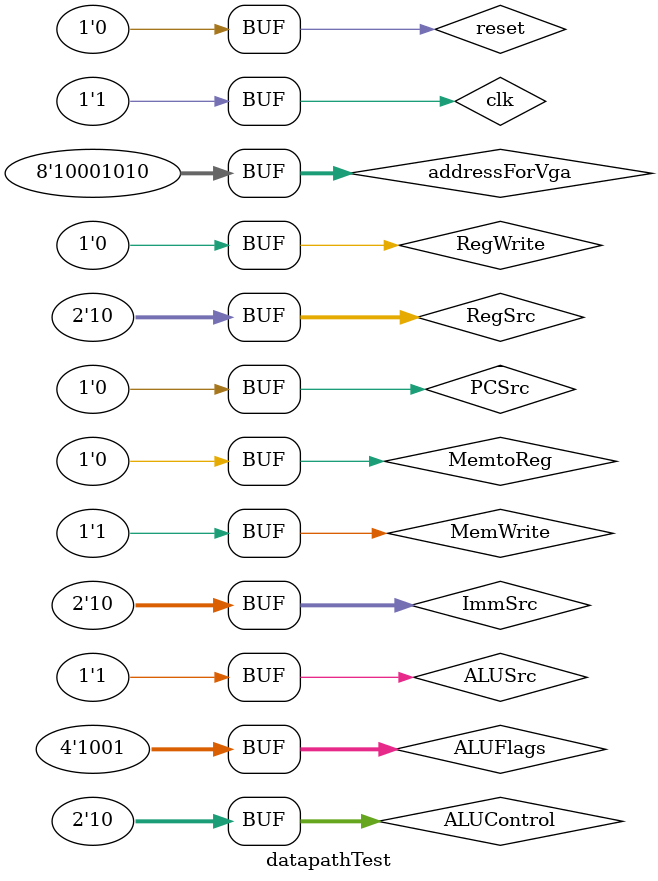
<source format=sv>
module datapathTest();
	
	logic clk, reset;
	logic [1:0] RegSrc;
	logic RegWrite, MemWrite;
	logic [1:0] ImmSrc;
	logic ALUSrc;
	logic [1:0] ALUControl;
	logic MemtoReg;
	logic PCSrc;
	logic[7:0] addressForVga;
	logic [3:0] ALUFlags;
	logic [31:0] rdataForVga;
	logic [31:0] ReadOutData;
	logic [31:0] PC, Result, Instr;

	
	
	// instantiate device to be tested
	datapath datapathForTest(clk, reset, RegSrc,
			  RegWrite, MemWrite,
			  ImmSrc,
			  ALUSrc,
			  ALUControl,MemtoReg,
			  PCSrc, addressForVga,ALUFlags, rdataForVga, ReadOutData,
			  PC, Result, Instr);
			  
	// generate clock to sequence tests
	always begin
	clk <= 0; # 5; clk <= 1; #5;
	end
	
	
	initial begin 
		#5; reset = 1; #1; reset = 0;
		
		
		
		#10; 
		RegSrc = 2'b10;
		RegWrite = 1;
		MemWrite = 0;
		ImmSrc = 2'b00;
		ALUSrc = 0;
		ALUControl = 2'b10;
		MemtoReg = 0;
		PCSrc = 0;
		addressForVga = 8'b10101010;
		#10;
		ImmSrc = 2'b1;
		MemWrite = 1;
		RegWrite = 0;
		RegSrc = 2'b10;
		ALUSrc = 0;
		ALUControl = 2'b10;
		MemtoReg = 0;
		PCSrc = 0;
		addressForVga = 8'b10101010;
		#10;
		ImmSrc = 2'b10;
		MemWrite = 1;
		RegWrite = 0;
		RegSrc = 2'b10;
		ALUSrc = 0;
		ALUControl = 2'b10;
		MemtoReg = 0;
		PCSrc = 0;
		addressForVga = 8'b10001110;
		#10;
		ImmSrc = 2'b10;
		ALUSrc = 1;
		ALUControl = 2'b10;
		ALUFlags = 4'b1001;
		MemWrite = 1;
		RegWrite = 0;
		RegSrc = 2'b10;
		MemtoReg = 0;
		PCSrc = 0;
		addressForVga = 8'b10001010;
	end
			  
	
	
endmodule
</source>
